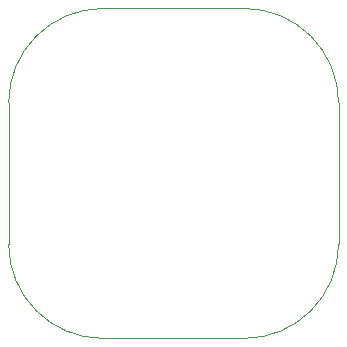
<source format=gbr>
%TF.GenerationSoftware,KiCad,Pcbnew,9.0.5*%
%TF.CreationDate,2025-12-03T11:23:26-08:00*%
%TF.ProjectId,camcontrol,63616d63-6f6e-4747-926f-6c2e6b696361,rev?*%
%TF.SameCoordinates,Original*%
%TF.FileFunction,Profile,NP*%
%FSLAX46Y46*%
G04 Gerber Fmt 4.6, Leading zero omitted, Abs format (unit mm)*
G04 Created by KiCad (PCBNEW 9.0.5) date 2025-12-03 11:23:26*
%MOMM*%
%LPD*%
G01*
G04 APERTURE LIST*
%TA.AperFunction,Profile*%
%ADD10C,0.050000*%
%TD*%
G04 APERTURE END LIST*
D10*
X19940000Y-27940000D02*
X8000000Y-27940000D01*
X8000000Y0D02*
X19940000Y0D01*
X27940000Y-19940000D02*
G75*
G02*
X19940000Y-27940000I-8000000J0D01*
G01*
X8000000Y-27940000D02*
G75*
G02*
X0Y-19940000I0J8000000D01*
G01*
X0Y-19940000D02*
X0Y-8000000D01*
X27940000Y-8002800D02*
X27940000Y-19940000D01*
X0Y-8000000D02*
G75*
G02*
X8000000Y0I8000000J0D01*
G01*
X19940000Y0D02*
G75*
G02*
X27940000Y-8000000I0J-8000000D01*
G01*
M02*

</source>
